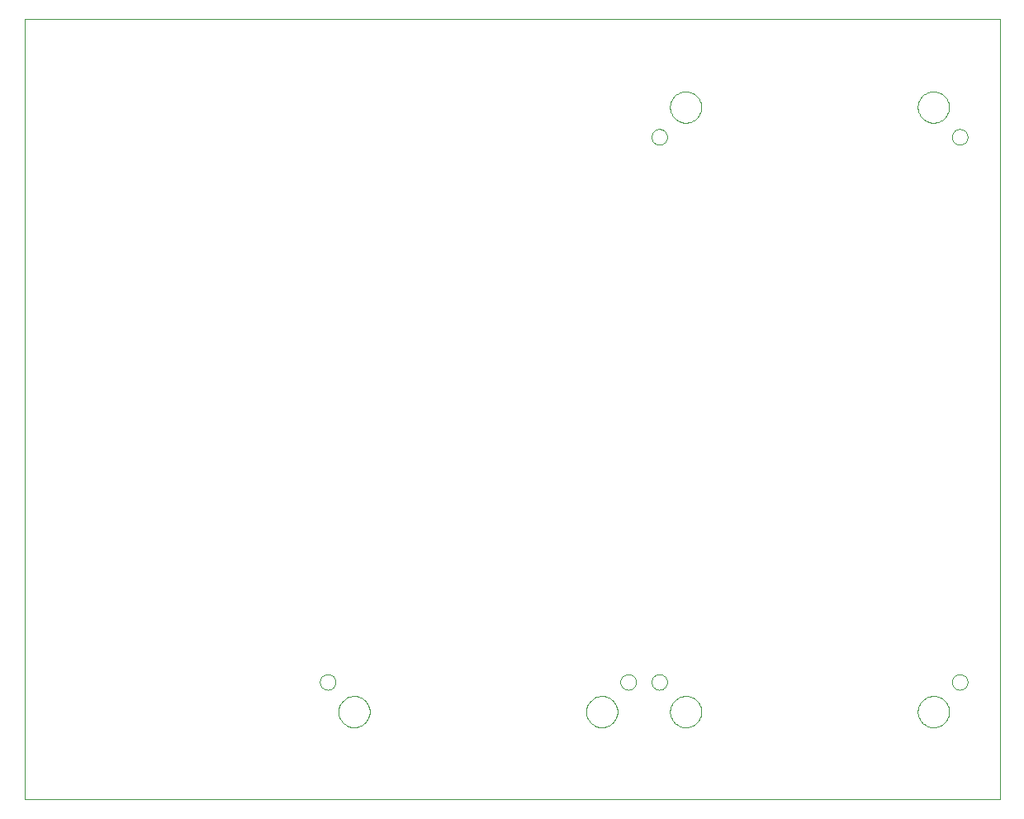
<source format=gm1>
G75*
G70*
%OFA0B0*%
%FSLAX24Y24*%
%IPPOS*%
%LPD*%
%AMOC8*
5,1,8,0,0,1.08239X$1,22.5*
%
%ADD10C,0.0000*%
D10*
X000150Y001109D02*
X000150Y032605D01*
X039520Y032605D01*
X039520Y001109D01*
X000150Y001109D01*
X012079Y005853D02*
X012081Y005888D01*
X012087Y005923D01*
X012097Y005957D01*
X012110Y005990D01*
X012127Y006021D01*
X012148Y006049D01*
X012171Y006076D01*
X012198Y006099D01*
X012226Y006120D01*
X012257Y006137D01*
X012290Y006150D01*
X012324Y006160D01*
X012359Y006166D01*
X012394Y006168D01*
X012429Y006166D01*
X012464Y006160D01*
X012498Y006150D01*
X012531Y006137D01*
X012562Y006120D01*
X012590Y006099D01*
X012617Y006076D01*
X012640Y006049D01*
X012661Y006021D01*
X012678Y005990D01*
X012691Y005957D01*
X012701Y005923D01*
X012707Y005888D01*
X012709Y005853D01*
X012707Y005818D01*
X012701Y005783D01*
X012691Y005749D01*
X012678Y005716D01*
X012661Y005685D01*
X012640Y005657D01*
X012617Y005630D01*
X012590Y005607D01*
X012562Y005586D01*
X012531Y005569D01*
X012498Y005556D01*
X012464Y005546D01*
X012429Y005540D01*
X012394Y005538D01*
X012359Y005540D01*
X012324Y005546D01*
X012290Y005556D01*
X012257Y005569D01*
X012226Y005586D01*
X012198Y005607D01*
X012171Y005630D01*
X012148Y005657D01*
X012127Y005685D01*
X012110Y005716D01*
X012097Y005749D01*
X012087Y005783D01*
X012081Y005818D01*
X012079Y005853D01*
X012827Y004653D02*
X012829Y004703D01*
X012835Y004753D01*
X012845Y004802D01*
X012859Y004850D01*
X012876Y004897D01*
X012897Y004942D01*
X012922Y004986D01*
X012950Y005027D01*
X012982Y005066D01*
X013016Y005103D01*
X013053Y005137D01*
X013093Y005167D01*
X013135Y005194D01*
X013179Y005218D01*
X013225Y005239D01*
X013272Y005255D01*
X013320Y005268D01*
X013370Y005277D01*
X013419Y005282D01*
X013470Y005283D01*
X013520Y005280D01*
X013569Y005273D01*
X013618Y005262D01*
X013666Y005247D01*
X013712Y005229D01*
X013757Y005207D01*
X013800Y005181D01*
X013841Y005152D01*
X013880Y005120D01*
X013916Y005085D01*
X013948Y005047D01*
X013978Y005007D01*
X014005Y004964D01*
X014028Y004920D01*
X014047Y004874D01*
X014063Y004826D01*
X014075Y004777D01*
X014083Y004728D01*
X014087Y004678D01*
X014087Y004628D01*
X014083Y004578D01*
X014075Y004529D01*
X014063Y004480D01*
X014047Y004432D01*
X014028Y004386D01*
X014005Y004342D01*
X013978Y004299D01*
X013948Y004259D01*
X013916Y004221D01*
X013880Y004186D01*
X013841Y004154D01*
X013800Y004125D01*
X013757Y004099D01*
X013712Y004077D01*
X013666Y004059D01*
X013618Y004044D01*
X013569Y004033D01*
X013520Y004026D01*
X013470Y004023D01*
X013419Y004024D01*
X013370Y004029D01*
X013320Y004038D01*
X013272Y004051D01*
X013225Y004067D01*
X013179Y004088D01*
X013135Y004112D01*
X013093Y004139D01*
X013053Y004169D01*
X013016Y004203D01*
X012982Y004240D01*
X012950Y004279D01*
X012922Y004320D01*
X012897Y004364D01*
X012876Y004409D01*
X012859Y004456D01*
X012845Y004504D01*
X012835Y004553D01*
X012829Y004603D01*
X012827Y004653D01*
X022827Y004653D02*
X022829Y004703D01*
X022835Y004753D01*
X022845Y004802D01*
X022859Y004850D01*
X022876Y004897D01*
X022897Y004942D01*
X022922Y004986D01*
X022950Y005027D01*
X022982Y005066D01*
X023016Y005103D01*
X023053Y005137D01*
X023093Y005167D01*
X023135Y005194D01*
X023179Y005218D01*
X023225Y005239D01*
X023272Y005255D01*
X023320Y005268D01*
X023370Y005277D01*
X023419Y005282D01*
X023470Y005283D01*
X023520Y005280D01*
X023569Y005273D01*
X023618Y005262D01*
X023666Y005247D01*
X023712Y005229D01*
X023757Y005207D01*
X023800Y005181D01*
X023841Y005152D01*
X023880Y005120D01*
X023916Y005085D01*
X023948Y005047D01*
X023978Y005007D01*
X024005Y004964D01*
X024028Y004920D01*
X024047Y004874D01*
X024063Y004826D01*
X024075Y004777D01*
X024083Y004728D01*
X024087Y004678D01*
X024087Y004628D01*
X024083Y004578D01*
X024075Y004529D01*
X024063Y004480D01*
X024047Y004432D01*
X024028Y004386D01*
X024005Y004342D01*
X023978Y004299D01*
X023948Y004259D01*
X023916Y004221D01*
X023880Y004186D01*
X023841Y004154D01*
X023800Y004125D01*
X023757Y004099D01*
X023712Y004077D01*
X023666Y004059D01*
X023618Y004044D01*
X023569Y004033D01*
X023520Y004026D01*
X023470Y004023D01*
X023419Y004024D01*
X023370Y004029D01*
X023320Y004038D01*
X023272Y004051D01*
X023225Y004067D01*
X023179Y004088D01*
X023135Y004112D01*
X023093Y004139D01*
X023053Y004169D01*
X023016Y004203D01*
X022982Y004240D01*
X022950Y004279D01*
X022922Y004320D01*
X022897Y004364D01*
X022876Y004409D01*
X022859Y004456D01*
X022845Y004504D01*
X022835Y004553D01*
X022829Y004603D01*
X022827Y004653D01*
X024205Y005853D02*
X024207Y005888D01*
X024213Y005923D01*
X024223Y005957D01*
X024236Y005990D01*
X024253Y006021D01*
X024274Y006049D01*
X024297Y006076D01*
X024324Y006099D01*
X024352Y006120D01*
X024383Y006137D01*
X024416Y006150D01*
X024450Y006160D01*
X024485Y006166D01*
X024520Y006168D01*
X024555Y006166D01*
X024590Y006160D01*
X024624Y006150D01*
X024657Y006137D01*
X024688Y006120D01*
X024716Y006099D01*
X024743Y006076D01*
X024766Y006049D01*
X024787Y006021D01*
X024804Y005990D01*
X024817Y005957D01*
X024827Y005923D01*
X024833Y005888D01*
X024835Y005853D01*
X024833Y005818D01*
X024827Y005783D01*
X024817Y005749D01*
X024804Y005716D01*
X024787Y005685D01*
X024766Y005657D01*
X024743Y005630D01*
X024716Y005607D01*
X024688Y005586D01*
X024657Y005569D01*
X024624Y005556D01*
X024590Y005546D01*
X024555Y005540D01*
X024520Y005538D01*
X024485Y005540D01*
X024450Y005546D01*
X024416Y005556D01*
X024383Y005569D01*
X024352Y005586D01*
X024324Y005607D01*
X024297Y005630D01*
X024274Y005657D01*
X024253Y005685D01*
X024236Y005716D01*
X024223Y005749D01*
X024213Y005783D01*
X024207Y005818D01*
X024205Y005853D01*
X025465Y005853D02*
X025467Y005888D01*
X025473Y005923D01*
X025483Y005957D01*
X025496Y005990D01*
X025513Y006021D01*
X025534Y006049D01*
X025557Y006076D01*
X025584Y006099D01*
X025612Y006120D01*
X025643Y006137D01*
X025676Y006150D01*
X025710Y006160D01*
X025745Y006166D01*
X025780Y006168D01*
X025815Y006166D01*
X025850Y006160D01*
X025884Y006150D01*
X025917Y006137D01*
X025948Y006120D01*
X025976Y006099D01*
X026003Y006076D01*
X026026Y006049D01*
X026047Y006021D01*
X026064Y005990D01*
X026077Y005957D01*
X026087Y005923D01*
X026093Y005888D01*
X026095Y005853D01*
X026093Y005818D01*
X026087Y005783D01*
X026077Y005749D01*
X026064Y005716D01*
X026047Y005685D01*
X026026Y005657D01*
X026003Y005630D01*
X025976Y005607D01*
X025948Y005586D01*
X025917Y005569D01*
X025884Y005556D01*
X025850Y005546D01*
X025815Y005540D01*
X025780Y005538D01*
X025745Y005540D01*
X025710Y005546D01*
X025676Y005556D01*
X025643Y005569D01*
X025612Y005586D01*
X025584Y005607D01*
X025557Y005630D01*
X025534Y005657D01*
X025513Y005685D01*
X025496Y005716D01*
X025483Y005749D01*
X025473Y005783D01*
X025467Y005818D01*
X025465Y005853D01*
X026213Y004653D02*
X026215Y004703D01*
X026221Y004753D01*
X026231Y004802D01*
X026245Y004850D01*
X026262Y004897D01*
X026283Y004942D01*
X026308Y004986D01*
X026336Y005027D01*
X026368Y005066D01*
X026402Y005103D01*
X026439Y005137D01*
X026479Y005167D01*
X026521Y005194D01*
X026565Y005218D01*
X026611Y005239D01*
X026658Y005255D01*
X026706Y005268D01*
X026756Y005277D01*
X026805Y005282D01*
X026856Y005283D01*
X026906Y005280D01*
X026955Y005273D01*
X027004Y005262D01*
X027052Y005247D01*
X027098Y005229D01*
X027143Y005207D01*
X027186Y005181D01*
X027227Y005152D01*
X027266Y005120D01*
X027302Y005085D01*
X027334Y005047D01*
X027364Y005007D01*
X027391Y004964D01*
X027414Y004920D01*
X027433Y004874D01*
X027449Y004826D01*
X027461Y004777D01*
X027469Y004728D01*
X027473Y004678D01*
X027473Y004628D01*
X027469Y004578D01*
X027461Y004529D01*
X027449Y004480D01*
X027433Y004432D01*
X027414Y004386D01*
X027391Y004342D01*
X027364Y004299D01*
X027334Y004259D01*
X027302Y004221D01*
X027266Y004186D01*
X027227Y004154D01*
X027186Y004125D01*
X027143Y004099D01*
X027098Y004077D01*
X027052Y004059D01*
X027004Y004044D01*
X026955Y004033D01*
X026906Y004026D01*
X026856Y004023D01*
X026805Y004024D01*
X026756Y004029D01*
X026706Y004038D01*
X026658Y004051D01*
X026611Y004067D01*
X026565Y004088D01*
X026521Y004112D01*
X026479Y004139D01*
X026439Y004169D01*
X026402Y004203D01*
X026368Y004240D01*
X026336Y004279D01*
X026308Y004320D01*
X026283Y004364D01*
X026262Y004409D01*
X026245Y004456D01*
X026231Y004504D01*
X026221Y004553D01*
X026215Y004603D01*
X026213Y004653D01*
X036213Y004653D02*
X036215Y004703D01*
X036221Y004753D01*
X036231Y004802D01*
X036245Y004850D01*
X036262Y004897D01*
X036283Y004942D01*
X036308Y004986D01*
X036336Y005027D01*
X036368Y005066D01*
X036402Y005103D01*
X036439Y005137D01*
X036479Y005167D01*
X036521Y005194D01*
X036565Y005218D01*
X036611Y005239D01*
X036658Y005255D01*
X036706Y005268D01*
X036756Y005277D01*
X036805Y005282D01*
X036856Y005283D01*
X036906Y005280D01*
X036955Y005273D01*
X037004Y005262D01*
X037052Y005247D01*
X037098Y005229D01*
X037143Y005207D01*
X037186Y005181D01*
X037227Y005152D01*
X037266Y005120D01*
X037302Y005085D01*
X037334Y005047D01*
X037364Y005007D01*
X037391Y004964D01*
X037414Y004920D01*
X037433Y004874D01*
X037449Y004826D01*
X037461Y004777D01*
X037469Y004728D01*
X037473Y004678D01*
X037473Y004628D01*
X037469Y004578D01*
X037461Y004529D01*
X037449Y004480D01*
X037433Y004432D01*
X037414Y004386D01*
X037391Y004342D01*
X037364Y004299D01*
X037334Y004259D01*
X037302Y004221D01*
X037266Y004186D01*
X037227Y004154D01*
X037186Y004125D01*
X037143Y004099D01*
X037098Y004077D01*
X037052Y004059D01*
X037004Y004044D01*
X036955Y004033D01*
X036906Y004026D01*
X036856Y004023D01*
X036805Y004024D01*
X036756Y004029D01*
X036706Y004038D01*
X036658Y004051D01*
X036611Y004067D01*
X036565Y004088D01*
X036521Y004112D01*
X036479Y004139D01*
X036439Y004169D01*
X036402Y004203D01*
X036368Y004240D01*
X036336Y004279D01*
X036308Y004320D01*
X036283Y004364D01*
X036262Y004409D01*
X036245Y004456D01*
X036231Y004504D01*
X036221Y004553D01*
X036215Y004603D01*
X036213Y004653D01*
X037591Y005853D02*
X037593Y005888D01*
X037599Y005923D01*
X037609Y005957D01*
X037622Y005990D01*
X037639Y006021D01*
X037660Y006049D01*
X037683Y006076D01*
X037710Y006099D01*
X037738Y006120D01*
X037769Y006137D01*
X037802Y006150D01*
X037836Y006160D01*
X037871Y006166D01*
X037906Y006168D01*
X037941Y006166D01*
X037976Y006160D01*
X038010Y006150D01*
X038043Y006137D01*
X038074Y006120D01*
X038102Y006099D01*
X038129Y006076D01*
X038152Y006049D01*
X038173Y006021D01*
X038190Y005990D01*
X038203Y005957D01*
X038213Y005923D01*
X038219Y005888D01*
X038221Y005853D01*
X038219Y005818D01*
X038213Y005783D01*
X038203Y005749D01*
X038190Y005716D01*
X038173Y005685D01*
X038152Y005657D01*
X038129Y005630D01*
X038102Y005607D01*
X038074Y005586D01*
X038043Y005569D01*
X038010Y005556D01*
X037976Y005546D01*
X037941Y005540D01*
X037906Y005538D01*
X037871Y005540D01*
X037836Y005546D01*
X037802Y005556D01*
X037769Y005569D01*
X037738Y005586D01*
X037710Y005607D01*
X037683Y005630D01*
X037660Y005657D01*
X037639Y005685D01*
X037622Y005716D01*
X037609Y005749D01*
X037599Y005783D01*
X037593Y005818D01*
X037591Y005853D01*
X037591Y027861D02*
X037593Y027896D01*
X037599Y027931D01*
X037609Y027965D01*
X037622Y027998D01*
X037639Y028029D01*
X037660Y028057D01*
X037683Y028084D01*
X037710Y028107D01*
X037738Y028128D01*
X037769Y028145D01*
X037802Y028158D01*
X037836Y028168D01*
X037871Y028174D01*
X037906Y028176D01*
X037941Y028174D01*
X037976Y028168D01*
X038010Y028158D01*
X038043Y028145D01*
X038074Y028128D01*
X038102Y028107D01*
X038129Y028084D01*
X038152Y028057D01*
X038173Y028029D01*
X038190Y027998D01*
X038203Y027965D01*
X038213Y027931D01*
X038219Y027896D01*
X038221Y027861D01*
X038219Y027826D01*
X038213Y027791D01*
X038203Y027757D01*
X038190Y027724D01*
X038173Y027693D01*
X038152Y027665D01*
X038129Y027638D01*
X038102Y027615D01*
X038074Y027594D01*
X038043Y027577D01*
X038010Y027564D01*
X037976Y027554D01*
X037941Y027548D01*
X037906Y027546D01*
X037871Y027548D01*
X037836Y027554D01*
X037802Y027564D01*
X037769Y027577D01*
X037738Y027594D01*
X037710Y027615D01*
X037683Y027638D01*
X037660Y027665D01*
X037639Y027693D01*
X037622Y027724D01*
X037609Y027757D01*
X037599Y027791D01*
X037593Y027826D01*
X037591Y027861D01*
X036213Y029062D02*
X036215Y029112D01*
X036221Y029162D01*
X036231Y029211D01*
X036245Y029259D01*
X036262Y029306D01*
X036283Y029351D01*
X036308Y029395D01*
X036336Y029436D01*
X036368Y029475D01*
X036402Y029512D01*
X036439Y029546D01*
X036479Y029576D01*
X036521Y029603D01*
X036565Y029627D01*
X036611Y029648D01*
X036658Y029664D01*
X036706Y029677D01*
X036756Y029686D01*
X036805Y029691D01*
X036856Y029692D01*
X036906Y029689D01*
X036955Y029682D01*
X037004Y029671D01*
X037052Y029656D01*
X037098Y029638D01*
X037143Y029616D01*
X037186Y029590D01*
X037227Y029561D01*
X037266Y029529D01*
X037302Y029494D01*
X037334Y029456D01*
X037364Y029416D01*
X037391Y029373D01*
X037414Y029329D01*
X037433Y029283D01*
X037449Y029235D01*
X037461Y029186D01*
X037469Y029137D01*
X037473Y029087D01*
X037473Y029037D01*
X037469Y028987D01*
X037461Y028938D01*
X037449Y028889D01*
X037433Y028841D01*
X037414Y028795D01*
X037391Y028751D01*
X037364Y028708D01*
X037334Y028668D01*
X037302Y028630D01*
X037266Y028595D01*
X037227Y028563D01*
X037186Y028534D01*
X037143Y028508D01*
X037098Y028486D01*
X037052Y028468D01*
X037004Y028453D01*
X036955Y028442D01*
X036906Y028435D01*
X036856Y028432D01*
X036805Y028433D01*
X036756Y028438D01*
X036706Y028447D01*
X036658Y028460D01*
X036611Y028476D01*
X036565Y028497D01*
X036521Y028521D01*
X036479Y028548D01*
X036439Y028578D01*
X036402Y028612D01*
X036368Y028649D01*
X036336Y028688D01*
X036308Y028729D01*
X036283Y028773D01*
X036262Y028818D01*
X036245Y028865D01*
X036231Y028913D01*
X036221Y028962D01*
X036215Y029012D01*
X036213Y029062D01*
X026213Y029062D02*
X026215Y029112D01*
X026221Y029162D01*
X026231Y029211D01*
X026245Y029259D01*
X026262Y029306D01*
X026283Y029351D01*
X026308Y029395D01*
X026336Y029436D01*
X026368Y029475D01*
X026402Y029512D01*
X026439Y029546D01*
X026479Y029576D01*
X026521Y029603D01*
X026565Y029627D01*
X026611Y029648D01*
X026658Y029664D01*
X026706Y029677D01*
X026756Y029686D01*
X026805Y029691D01*
X026856Y029692D01*
X026906Y029689D01*
X026955Y029682D01*
X027004Y029671D01*
X027052Y029656D01*
X027098Y029638D01*
X027143Y029616D01*
X027186Y029590D01*
X027227Y029561D01*
X027266Y029529D01*
X027302Y029494D01*
X027334Y029456D01*
X027364Y029416D01*
X027391Y029373D01*
X027414Y029329D01*
X027433Y029283D01*
X027449Y029235D01*
X027461Y029186D01*
X027469Y029137D01*
X027473Y029087D01*
X027473Y029037D01*
X027469Y028987D01*
X027461Y028938D01*
X027449Y028889D01*
X027433Y028841D01*
X027414Y028795D01*
X027391Y028751D01*
X027364Y028708D01*
X027334Y028668D01*
X027302Y028630D01*
X027266Y028595D01*
X027227Y028563D01*
X027186Y028534D01*
X027143Y028508D01*
X027098Y028486D01*
X027052Y028468D01*
X027004Y028453D01*
X026955Y028442D01*
X026906Y028435D01*
X026856Y028432D01*
X026805Y028433D01*
X026756Y028438D01*
X026706Y028447D01*
X026658Y028460D01*
X026611Y028476D01*
X026565Y028497D01*
X026521Y028521D01*
X026479Y028548D01*
X026439Y028578D01*
X026402Y028612D01*
X026368Y028649D01*
X026336Y028688D01*
X026308Y028729D01*
X026283Y028773D01*
X026262Y028818D01*
X026245Y028865D01*
X026231Y028913D01*
X026221Y028962D01*
X026215Y029012D01*
X026213Y029062D01*
X025465Y027861D02*
X025467Y027896D01*
X025473Y027931D01*
X025483Y027965D01*
X025496Y027998D01*
X025513Y028029D01*
X025534Y028057D01*
X025557Y028084D01*
X025584Y028107D01*
X025612Y028128D01*
X025643Y028145D01*
X025676Y028158D01*
X025710Y028168D01*
X025745Y028174D01*
X025780Y028176D01*
X025815Y028174D01*
X025850Y028168D01*
X025884Y028158D01*
X025917Y028145D01*
X025948Y028128D01*
X025976Y028107D01*
X026003Y028084D01*
X026026Y028057D01*
X026047Y028029D01*
X026064Y027998D01*
X026077Y027965D01*
X026087Y027931D01*
X026093Y027896D01*
X026095Y027861D01*
X026093Y027826D01*
X026087Y027791D01*
X026077Y027757D01*
X026064Y027724D01*
X026047Y027693D01*
X026026Y027665D01*
X026003Y027638D01*
X025976Y027615D01*
X025948Y027594D01*
X025917Y027577D01*
X025884Y027564D01*
X025850Y027554D01*
X025815Y027548D01*
X025780Y027546D01*
X025745Y027548D01*
X025710Y027554D01*
X025676Y027564D01*
X025643Y027577D01*
X025612Y027594D01*
X025584Y027615D01*
X025557Y027638D01*
X025534Y027665D01*
X025513Y027693D01*
X025496Y027724D01*
X025483Y027757D01*
X025473Y027791D01*
X025467Y027826D01*
X025465Y027861D01*
M02*

</source>
